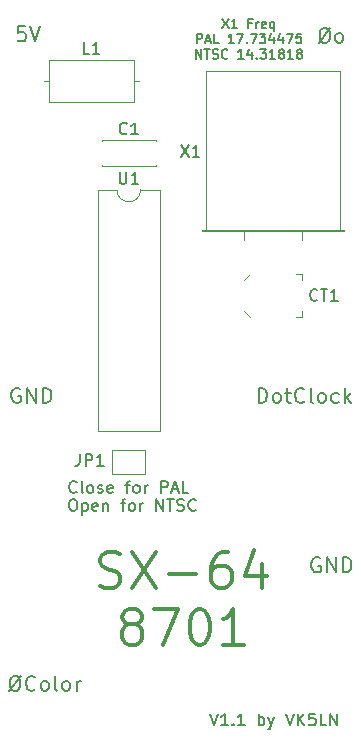
<source format=gbr>
%TF.GenerationSoftware,KiCad,Pcbnew,(6.0.5)*%
%TF.CreationDate,2022-06-15T09:44:05+09:30*%
%TF.ProjectId,SX-64 8701,53582d36-3420-4383-9730-312e6b696361,rev?*%
%TF.SameCoordinates,Original*%
%TF.FileFunction,Legend,Top*%
%TF.FilePolarity,Positive*%
%FSLAX46Y46*%
G04 Gerber Fmt 4.6, Leading zero omitted, Abs format (unit mm)*
G04 Created by KiCad (PCBNEW (6.0.5)) date 2022-06-15 09:44:05*
%MOMM*%
%LPD*%
G01*
G04 APERTURE LIST*
%ADD10C,0.300000*%
%ADD11C,0.150000*%
%ADD12C,0.120000*%
G04 APERTURE END LIST*
D10*
X129906000Y-117290285D02*
X130334571Y-117433142D01*
X131048857Y-117433142D01*
X131334571Y-117290285D01*
X131477428Y-117147428D01*
X131620285Y-116861714D01*
X131620285Y-116576000D01*
X131477428Y-116290285D01*
X131334571Y-116147428D01*
X131048857Y-116004571D01*
X130477428Y-115861714D01*
X130191714Y-115718857D01*
X130048857Y-115576000D01*
X129906000Y-115290285D01*
X129906000Y-115004571D01*
X130048857Y-114718857D01*
X130191714Y-114576000D01*
X130477428Y-114433142D01*
X131191714Y-114433142D01*
X131620285Y-114576000D01*
X132620285Y-114433142D02*
X134620285Y-117433142D01*
X134620285Y-114433142D02*
X132620285Y-117433142D01*
X135763142Y-116290285D02*
X138048857Y-116290285D01*
X140763142Y-114433142D02*
X140191714Y-114433142D01*
X139906000Y-114576000D01*
X139763142Y-114718857D01*
X139477428Y-115147428D01*
X139334571Y-115718857D01*
X139334571Y-116861714D01*
X139477428Y-117147428D01*
X139620285Y-117290285D01*
X139906000Y-117433142D01*
X140477428Y-117433142D01*
X140763142Y-117290285D01*
X140906000Y-117147428D01*
X141048857Y-116861714D01*
X141048857Y-116147428D01*
X140906000Y-115861714D01*
X140763142Y-115718857D01*
X140477428Y-115576000D01*
X139906000Y-115576000D01*
X139620285Y-115718857D01*
X139477428Y-115861714D01*
X139334571Y-116147428D01*
X143620285Y-115433142D02*
X143620285Y-117433142D01*
X142906000Y-114290285D02*
X142191714Y-116433142D01*
X144048857Y-116433142D01*
X132334571Y-120548857D02*
X132048857Y-120406000D01*
X131906000Y-120263142D01*
X131763142Y-119977428D01*
X131763142Y-119834571D01*
X131906000Y-119548857D01*
X132048857Y-119406000D01*
X132334571Y-119263142D01*
X132906000Y-119263142D01*
X133191714Y-119406000D01*
X133334571Y-119548857D01*
X133477428Y-119834571D01*
X133477428Y-119977428D01*
X133334571Y-120263142D01*
X133191714Y-120406000D01*
X132906000Y-120548857D01*
X132334571Y-120548857D01*
X132048857Y-120691714D01*
X131906000Y-120834571D01*
X131763142Y-121120285D01*
X131763142Y-121691714D01*
X131906000Y-121977428D01*
X132048857Y-122120285D01*
X132334571Y-122263142D01*
X132906000Y-122263142D01*
X133191714Y-122120285D01*
X133334571Y-121977428D01*
X133477428Y-121691714D01*
X133477428Y-121120285D01*
X133334571Y-120834571D01*
X133191714Y-120691714D01*
X132906000Y-120548857D01*
X134477428Y-119263142D02*
X136477428Y-119263142D01*
X135191714Y-122263142D01*
X138191714Y-119263142D02*
X138477428Y-119263142D01*
X138763142Y-119406000D01*
X138906000Y-119548857D01*
X139048857Y-119834571D01*
X139191714Y-120406000D01*
X139191714Y-121120285D01*
X139048857Y-121691714D01*
X138906000Y-121977428D01*
X138763142Y-122120285D01*
X138477428Y-122263142D01*
X138191714Y-122263142D01*
X137906000Y-122120285D01*
X137763142Y-121977428D01*
X137620285Y-121691714D01*
X137477428Y-121120285D01*
X137477428Y-120406000D01*
X137620285Y-119834571D01*
X137763142Y-119548857D01*
X137906000Y-119406000D01*
X138191714Y-119263142D01*
X142048857Y-122263142D02*
X140334571Y-122263142D01*
X141191714Y-122263142D02*
X141191714Y-119263142D01*
X140906000Y-119691714D01*
X140620285Y-119977428D01*
X140334571Y-120120285D01*
D11*
X140246380Y-69266904D02*
X140779714Y-70066904D01*
X140779714Y-69266904D02*
X140246380Y-70066904D01*
X141503523Y-70066904D02*
X141046380Y-70066904D01*
X141274952Y-70066904D02*
X141274952Y-69266904D01*
X141198761Y-69381190D01*
X141122571Y-69457380D01*
X141046380Y-69495476D01*
X142722571Y-69647857D02*
X142455904Y-69647857D01*
X142455904Y-70066904D02*
X142455904Y-69266904D01*
X142836857Y-69266904D01*
X143141619Y-70066904D02*
X143141619Y-69533571D01*
X143141619Y-69685952D02*
X143179714Y-69609761D01*
X143217809Y-69571666D01*
X143294000Y-69533571D01*
X143370190Y-69533571D01*
X143941619Y-70028809D02*
X143865428Y-70066904D01*
X143713047Y-70066904D01*
X143636857Y-70028809D01*
X143598761Y-69952619D01*
X143598761Y-69647857D01*
X143636857Y-69571666D01*
X143713047Y-69533571D01*
X143865428Y-69533571D01*
X143941619Y-69571666D01*
X143979714Y-69647857D01*
X143979714Y-69724047D01*
X143598761Y-69800238D01*
X144665428Y-69533571D02*
X144665428Y-70333571D01*
X144665428Y-70028809D02*
X144589238Y-70066904D01*
X144436857Y-70066904D01*
X144360666Y-70028809D01*
X144322571Y-69990714D01*
X144284476Y-69914523D01*
X144284476Y-69685952D01*
X144322571Y-69609761D01*
X144360666Y-69571666D01*
X144436857Y-69533571D01*
X144589238Y-69533571D01*
X144665428Y-69571666D01*
X138074952Y-71354904D02*
X138074952Y-70554904D01*
X138379714Y-70554904D01*
X138455904Y-70593000D01*
X138494000Y-70631095D01*
X138532095Y-70707285D01*
X138532095Y-70821571D01*
X138494000Y-70897761D01*
X138455904Y-70935857D01*
X138379714Y-70973952D01*
X138074952Y-70973952D01*
X138836857Y-71126333D02*
X139217809Y-71126333D01*
X138760666Y-71354904D02*
X139027333Y-70554904D01*
X139294000Y-71354904D01*
X139941619Y-71354904D02*
X139560666Y-71354904D01*
X139560666Y-70554904D01*
X141236857Y-71354904D02*
X140779714Y-71354904D01*
X141008285Y-71354904D02*
X141008285Y-70554904D01*
X140932095Y-70669190D01*
X140855904Y-70745380D01*
X140779714Y-70783476D01*
X141503523Y-70554904D02*
X142036857Y-70554904D01*
X141694000Y-71354904D01*
X142341619Y-71278714D02*
X142379714Y-71316809D01*
X142341619Y-71354904D01*
X142303523Y-71316809D01*
X142341619Y-71278714D01*
X142341619Y-71354904D01*
X142646380Y-70554904D02*
X143179714Y-70554904D01*
X142836857Y-71354904D01*
X143408285Y-70554904D02*
X143903523Y-70554904D01*
X143636857Y-70859666D01*
X143751142Y-70859666D01*
X143827333Y-70897761D01*
X143865428Y-70935857D01*
X143903523Y-71012047D01*
X143903523Y-71202523D01*
X143865428Y-71278714D01*
X143827333Y-71316809D01*
X143751142Y-71354904D01*
X143522571Y-71354904D01*
X143446380Y-71316809D01*
X143408285Y-71278714D01*
X144589238Y-70821571D02*
X144589238Y-71354904D01*
X144398761Y-70516809D02*
X144208285Y-71088238D01*
X144703523Y-71088238D01*
X145351142Y-70821571D02*
X145351142Y-71354904D01*
X145160666Y-70516809D02*
X144970190Y-71088238D01*
X145465428Y-71088238D01*
X145694000Y-70554904D02*
X146227333Y-70554904D01*
X145884476Y-71354904D01*
X146913047Y-70554904D02*
X146532095Y-70554904D01*
X146494000Y-70935857D01*
X146532095Y-70897761D01*
X146608285Y-70859666D01*
X146798761Y-70859666D01*
X146874952Y-70897761D01*
X146913047Y-70935857D01*
X146951142Y-71012047D01*
X146951142Y-71202523D01*
X146913047Y-71278714D01*
X146874952Y-71316809D01*
X146798761Y-71354904D01*
X146608285Y-71354904D01*
X146532095Y-71316809D01*
X146494000Y-71278714D01*
X138017809Y-72642904D02*
X138017809Y-71842904D01*
X138474952Y-72642904D01*
X138474952Y-71842904D01*
X138741619Y-71842904D02*
X139198761Y-71842904D01*
X138970190Y-72642904D02*
X138970190Y-71842904D01*
X139427333Y-72604809D02*
X139541619Y-72642904D01*
X139732095Y-72642904D01*
X139808285Y-72604809D01*
X139846380Y-72566714D01*
X139884476Y-72490523D01*
X139884476Y-72414333D01*
X139846380Y-72338142D01*
X139808285Y-72300047D01*
X139732095Y-72261952D01*
X139579714Y-72223857D01*
X139503523Y-72185761D01*
X139465428Y-72147666D01*
X139427333Y-72071476D01*
X139427333Y-71995285D01*
X139465428Y-71919095D01*
X139503523Y-71881000D01*
X139579714Y-71842904D01*
X139770190Y-71842904D01*
X139884476Y-71881000D01*
X140684476Y-72566714D02*
X140646380Y-72604809D01*
X140532095Y-72642904D01*
X140455904Y-72642904D01*
X140341619Y-72604809D01*
X140265428Y-72528619D01*
X140227333Y-72452428D01*
X140189238Y-72300047D01*
X140189238Y-72185761D01*
X140227333Y-72033380D01*
X140265428Y-71957190D01*
X140341619Y-71881000D01*
X140455904Y-71842904D01*
X140532095Y-71842904D01*
X140646380Y-71881000D01*
X140684476Y-71919095D01*
X142055904Y-72642904D02*
X141598761Y-72642904D01*
X141827333Y-72642904D02*
X141827333Y-71842904D01*
X141751142Y-71957190D01*
X141674952Y-72033380D01*
X141598761Y-72071476D01*
X142741619Y-72109571D02*
X142741619Y-72642904D01*
X142551142Y-71804809D02*
X142360666Y-72376238D01*
X142855904Y-72376238D01*
X143160666Y-72566714D02*
X143198761Y-72604809D01*
X143160666Y-72642904D01*
X143122571Y-72604809D01*
X143160666Y-72566714D01*
X143160666Y-72642904D01*
X143465428Y-71842904D02*
X143960666Y-71842904D01*
X143694000Y-72147666D01*
X143808285Y-72147666D01*
X143884476Y-72185761D01*
X143922571Y-72223857D01*
X143960666Y-72300047D01*
X143960666Y-72490523D01*
X143922571Y-72566714D01*
X143884476Y-72604809D01*
X143808285Y-72642904D01*
X143579714Y-72642904D01*
X143503523Y-72604809D01*
X143465428Y-72566714D01*
X144722571Y-72642904D02*
X144265428Y-72642904D01*
X144494000Y-72642904D02*
X144494000Y-71842904D01*
X144417809Y-71957190D01*
X144341619Y-72033380D01*
X144265428Y-72071476D01*
X145179714Y-72185761D02*
X145103523Y-72147666D01*
X145065428Y-72109571D01*
X145027333Y-72033380D01*
X145027333Y-71995285D01*
X145065428Y-71919095D01*
X145103523Y-71881000D01*
X145179714Y-71842904D01*
X145332095Y-71842904D01*
X145408285Y-71881000D01*
X145446380Y-71919095D01*
X145484476Y-71995285D01*
X145484476Y-72033380D01*
X145446380Y-72109571D01*
X145408285Y-72147666D01*
X145332095Y-72185761D01*
X145179714Y-72185761D01*
X145103523Y-72223857D01*
X145065428Y-72261952D01*
X145027333Y-72338142D01*
X145027333Y-72490523D01*
X145065428Y-72566714D01*
X145103523Y-72604809D01*
X145179714Y-72642904D01*
X145332095Y-72642904D01*
X145408285Y-72604809D01*
X145446380Y-72566714D01*
X145484476Y-72490523D01*
X145484476Y-72338142D01*
X145446380Y-72261952D01*
X145408285Y-72223857D01*
X145332095Y-72185761D01*
X146246380Y-72642904D02*
X145789238Y-72642904D01*
X146017809Y-72642904D02*
X146017809Y-71842904D01*
X145941619Y-71957190D01*
X145865428Y-72033380D01*
X145789238Y-72071476D01*
X146703523Y-72185761D02*
X146627333Y-72147666D01*
X146589238Y-72109571D01*
X146551142Y-72033380D01*
X146551142Y-71995285D01*
X146589238Y-71919095D01*
X146627333Y-71881000D01*
X146703523Y-71842904D01*
X146855904Y-71842904D01*
X146932095Y-71881000D01*
X146970190Y-71919095D01*
X147008285Y-71995285D01*
X147008285Y-72033380D01*
X146970190Y-72109571D01*
X146932095Y-72147666D01*
X146855904Y-72185761D01*
X146703523Y-72185761D01*
X146627333Y-72223857D01*
X146589238Y-72261952D01*
X146551142Y-72338142D01*
X146551142Y-72490523D01*
X146589238Y-72566714D01*
X146627333Y-72604809D01*
X146703523Y-72642904D01*
X146855904Y-72642904D01*
X146932095Y-72604809D01*
X146970190Y-72566714D01*
X147008285Y-72490523D01*
X147008285Y-72338142D01*
X146970190Y-72261952D01*
X146932095Y-72223857D01*
X146855904Y-72185761D01*
X139200619Y-128103380D02*
X139533952Y-129103380D01*
X139867285Y-128103380D01*
X140724428Y-129103380D02*
X140153000Y-129103380D01*
X140438714Y-129103380D02*
X140438714Y-128103380D01*
X140343476Y-128246238D01*
X140248238Y-128341476D01*
X140153000Y-128389095D01*
X141153000Y-129008142D02*
X141200619Y-129055761D01*
X141153000Y-129103380D01*
X141105380Y-129055761D01*
X141153000Y-129008142D01*
X141153000Y-129103380D01*
X142153000Y-129103380D02*
X141581571Y-129103380D01*
X141867285Y-129103380D02*
X141867285Y-128103380D01*
X141772047Y-128246238D01*
X141676809Y-128341476D01*
X141581571Y-128389095D01*
X143343476Y-129103380D02*
X143343476Y-128103380D01*
X143343476Y-128484333D02*
X143438714Y-128436714D01*
X143629190Y-128436714D01*
X143724428Y-128484333D01*
X143772047Y-128531952D01*
X143819666Y-128627190D01*
X143819666Y-128912904D01*
X143772047Y-129008142D01*
X143724428Y-129055761D01*
X143629190Y-129103380D01*
X143438714Y-129103380D01*
X143343476Y-129055761D01*
X144153000Y-128436714D02*
X144391095Y-129103380D01*
X144629190Y-128436714D02*
X144391095Y-129103380D01*
X144295857Y-129341476D01*
X144248238Y-129389095D01*
X144153000Y-129436714D01*
X145629190Y-128103380D02*
X145962523Y-129103380D01*
X146295857Y-128103380D01*
X146629190Y-129103380D02*
X146629190Y-128103380D01*
X147200619Y-129103380D02*
X146772047Y-128531952D01*
X147200619Y-128103380D02*
X146629190Y-128674809D01*
X148105380Y-128103380D02*
X147629190Y-128103380D01*
X147581571Y-128579571D01*
X147629190Y-128531952D01*
X147724428Y-128484333D01*
X147962523Y-128484333D01*
X148057761Y-128531952D01*
X148105380Y-128579571D01*
X148153000Y-128674809D01*
X148153000Y-128912904D01*
X148105380Y-129008142D01*
X148057761Y-129055761D01*
X147962523Y-129103380D01*
X147724428Y-129103380D01*
X147629190Y-129055761D01*
X147581571Y-129008142D01*
X149057761Y-129103380D02*
X148581571Y-129103380D01*
X148581571Y-128103380D01*
X149391095Y-129103380D02*
X149391095Y-128103380D01*
X149962523Y-129103380D01*
X149962523Y-128103380D01*
X127526071Y-109942380D02*
X127716547Y-109942380D01*
X127811785Y-109990000D01*
X127907023Y-110085238D01*
X127954642Y-110275714D01*
X127954642Y-110609047D01*
X127907023Y-110799523D01*
X127811785Y-110894761D01*
X127716547Y-110942380D01*
X127526071Y-110942380D01*
X127430833Y-110894761D01*
X127335595Y-110799523D01*
X127287976Y-110609047D01*
X127287976Y-110275714D01*
X127335595Y-110085238D01*
X127430833Y-109990000D01*
X127526071Y-109942380D01*
X128383214Y-110275714D02*
X128383214Y-111275714D01*
X128383214Y-110323333D02*
X128478452Y-110275714D01*
X128668928Y-110275714D01*
X128764166Y-110323333D01*
X128811785Y-110370952D01*
X128859404Y-110466190D01*
X128859404Y-110751904D01*
X128811785Y-110847142D01*
X128764166Y-110894761D01*
X128668928Y-110942380D01*
X128478452Y-110942380D01*
X128383214Y-110894761D01*
X129668928Y-110894761D02*
X129573690Y-110942380D01*
X129383214Y-110942380D01*
X129287976Y-110894761D01*
X129240357Y-110799523D01*
X129240357Y-110418571D01*
X129287976Y-110323333D01*
X129383214Y-110275714D01*
X129573690Y-110275714D01*
X129668928Y-110323333D01*
X129716547Y-110418571D01*
X129716547Y-110513809D01*
X129240357Y-110609047D01*
X130145119Y-110275714D02*
X130145119Y-110942380D01*
X130145119Y-110370952D02*
X130192738Y-110323333D01*
X130287976Y-110275714D01*
X130430833Y-110275714D01*
X130526071Y-110323333D01*
X130573690Y-110418571D01*
X130573690Y-110942380D01*
X131668928Y-110275714D02*
X132049880Y-110275714D01*
X131811785Y-110942380D02*
X131811785Y-110085238D01*
X131859404Y-109990000D01*
X131954642Y-109942380D01*
X132049880Y-109942380D01*
X132526071Y-110942380D02*
X132430833Y-110894761D01*
X132383214Y-110847142D01*
X132335595Y-110751904D01*
X132335595Y-110466190D01*
X132383214Y-110370952D01*
X132430833Y-110323333D01*
X132526071Y-110275714D01*
X132668928Y-110275714D01*
X132764166Y-110323333D01*
X132811785Y-110370952D01*
X132859404Y-110466190D01*
X132859404Y-110751904D01*
X132811785Y-110847142D01*
X132764166Y-110894761D01*
X132668928Y-110942380D01*
X132526071Y-110942380D01*
X133287976Y-110942380D02*
X133287976Y-110275714D01*
X133287976Y-110466190D02*
X133335595Y-110370952D01*
X133383214Y-110323333D01*
X133478452Y-110275714D01*
X133573690Y-110275714D01*
X134668928Y-110942380D02*
X134668928Y-109942380D01*
X135240357Y-110942380D01*
X135240357Y-109942380D01*
X135573690Y-109942380D02*
X136145119Y-109942380D01*
X135859404Y-110942380D02*
X135859404Y-109942380D01*
X136430833Y-110894761D02*
X136573690Y-110942380D01*
X136811785Y-110942380D01*
X136907023Y-110894761D01*
X136954642Y-110847142D01*
X137002261Y-110751904D01*
X137002261Y-110656666D01*
X136954642Y-110561428D01*
X136907023Y-110513809D01*
X136811785Y-110466190D01*
X136621309Y-110418571D01*
X136526071Y-110370952D01*
X136478452Y-110323333D01*
X136430833Y-110228095D01*
X136430833Y-110132857D01*
X136478452Y-110037619D01*
X136526071Y-109990000D01*
X136621309Y-109942380D01*
X136859404Y-109942380D01*
X137002261Y-109990000D01*
X138002261Y-110847142D02*
X137954642Y-110894761D01*
X137811785Y-110942380D01*
X137716547Y-110942380D01*
X137573690Y-110894761D01*
X137478452Y-110799523D01*
X137430833Y-110704285D01*
X137383214Y-110513809D01*
X137383214Y-110370952D01*
X137430833Y-110180476D01*
X137478452Y-110085238D01*
X137573690Y-109990000D01*
X137716547Y-109942380D01*
X137811785Y-109942380D01*
X137954642Y-109990000D01*
X138002261Y-110037619D01*
X127907023Y-109323142D02*
X127859404Y-109370761D01*
X127716547Y-109418380D01*
X127621309Y-109418380D01*
X127478452Y-109370761D01*
X127383214Y-109275523D01*
X127335595Y-109180285D01*
X127287976Y-108989809D01*
X127287976Y-108846952D01*
X127335595Y-108656476D01*
X127383214Y-108561238D01*
X127478452Y-108466000D01*
X127621309Y-108418380D01*
X127716547Y-108418380D01*
X127859404Y-108466000D01*
X127907023Y-108513619D01*
X128478452Y-109418380D02*
X128383214Y-109370761D01*
X128335595Y-109275523D01*
X128335595Y-108418380D01*
X129002261Y-109418380D02*
X128907023Y-109370761D01*
X128859404Y-109323142D01*
X128811785Y-109227904D01*
X128811785Y-108942190D01*
X128859404Y-108846952D01*
X128907023Y-108799333D01*
X129002261Y-108751714D01*
X129145119Y-108751714D01*
X129240357Y-108799333D01*
X129287976Y-108846952D01*
X129335595Y-108942190D01*
X129335595Y-109227904D01*
X129287976Y-109323142D01*
X129240357Y-109370761D01*
X129145119Y-109418380D01*
X129002261Y-109418380D01*
X129716547Y-109370761D02*
X129811785Y-109418380D01*
X130002261Y-109418380D01*
X130097500Y-109370761D01*
X130145119Y-109275523D01*
X130145119Y-109227904D01*
X130097500Y-109132666D01*
X130002261Y-109085047D01*
X129859404Y-109085047D01*
X129764166Y-109037428D01*
X129716547Y-108942190D01*
X129716547Y-108894571D01*
X129764166Y-108799333D01*
X129859404Y-108751714D01*
X130002261Y-108751714D01*
X130097500Y-108799333D01*
X130954642Y-109370761D02*
X130859404Y-109418380D01*
X130668928Y-109418380D01*
X130573690Y-109370761D01*
X130526071Y-109275523D01*
X130526071Y-108894571D01*
X130573690Y-108799333D01*
X130668928Y-108751714D01*
X130859404Y-108751714D01*
X130954642Y-108799333D01*
X131002261Y-108894571D01*
X131002261Y-108989809D01*
X130526071Y-109085047D01*
X132049880Y-108751714D02*
X132430833Y-108751714D01*
X132192738Y-109418380D02*
X132192738Y-108561238D01*
X132240357Y-108466000D01*
X132335595Y-108418380D01*
X132430833Y-108418380D01*
X132907023Y-109418380D02*
X132811785Y-109370761D01*
X132764166Y-109323142D01*
X132716547Y-109227904D01*
X132716547Y-108942190D01*
X132764166Y-108846952D01*
X132811785Y-108799333D01*
X132907023Y-108751714D01*
X133049880Y-108751714D01*
X133145119Y-108799333D01*
X133192738Y-108846952D01*
X133240357Y-108942190D01*
X133240357Y-109227904D01*
X133192738Y-109323142D01*
X133145119Y-109370761D01*
X133049880Y-109418380D01*
X132907023Y-109418380D01*
X133668928Y-109418380D02*
X133668928Y-108751714D01*
X133668928Y-108942190D02*
X133716547Y-108846952D01*
X133764166Y-108799333D01*
X133859404Y-108751714D01*
X133954642Y-108751714D01*
X135049880Y-109418380D02*
X135049880Y-108418380D01*
X135430833Y-108418380D01*
X135526071Y-108466000D01*
X135573690Y-108513619D01*
X135621309Y-108608857D01*
X135621309Y-108751714D01*
X135573690Y-108846952D01*
X135526071Y-108894571D01*
X135430833Y-108942190D01*
X135049880Y-108942190D01*
X136002261Y-109132666D02*
X136478452Y-109132666D01*
X135907023Y-109418380D02*
X136240357Y-108418380D01*
X136573690Y-109418380D01*
X137383214Y-109418380D02*
X136907023Y-109418380D01*
X136907023Y-108418380D01*
%TO.C,U1*%
X131562095Y-82243880D02*
X131562095Y-83053404D01*
X131609714Y-83148642D01*
X131657333Y-83196261D01*
X131752571Y-83243880D01*
X131943047Y-83243880D01*
X132038285Y-83196261D01*
X132085904Y-83148642D01*
X132133523Y-83053404D01*
X132133523Y-82243880D01*
X133133523Y-83243880D02*
X132562095Y-83243880D01*
X132847809Y-83243880D02*
X132847809Y-82243880D01*
X132752571Y-82386738D01*
X132657333Y-82481976D01*
X132562095Y-82529595D01*
%TO.C,X1*%
X136731476Y-79970380D02*
X137398142Y-80970380D01*
X137398142Y-79970380D02*
X136731476Y-80970380D01*
X138302904Y-80970380D02*
X137731476Y-80970380D01*
X138017190Y-80970380D02*
X138017190Y-79970380D01*
X137921952Y-80113238D01*
X137826714Y-80208476D01*
X137731476Y-80256095D01*
%TO.C,DotClock*%
X143322523Y-101793523D02*
X143322523Y-100523523D01*
X143624904Y-100523523D01*
X143806333Y-100584000D01*
X143927285Y-100704952D01*
X143987761Y-100825904D01*
X144048238Y-101067809D01*
X144048238Y-101249238D01*
X143987761Y-101491142D01*
X143927285Y-101612095D01*
X143806333Y-101733047D01*
X143624904Y-101793523D01*
X143322523Y-101793523D01*
X144773952Y-101793523D02*
X144653000Y-101733047D01*
X144592523Y-101672571D01*
X144532047Y-101551619D01*
X144532047Y-101188761D01*
X144592523Y-101067809D01*
X144653000Y-101007333D01*
X144773952Y-100946857D01*
X144955380Y-100946857D01*
X145076333Y-101007333D01*
X145136809Y-101067809D01*
X145197285Y-101188761D01*
X145197285Y-101551619D01*
X145136809Y-101672571D01*
X145076333Y-101733047D01*
X144955380Y-101793523D01*
X144773952Y-101793523D01*
X145560142Y-100946857D02*
X146043952Y-100946857D01*
X145741571Y-100523523D02*
X145741571Y-101612095D01*
X145802047Y-101733047D01*
X145923000Y-101793523D01*
X146043952Y-101793523D01*
X147193000Y-101672571D02*
X147132523Y-101733047D01*
X146951095Y-101793523D01*
X146830142Y-101793523D01*
X146648714Y-101733047D01*
X146527761Y-101612095D01*
X146467285Y-101491142D01*
X146406809Y-101249238D01*
X146406809Y-101067809D01*
X146467285Y-100825904D01*
X146527761Y-100704952D01*
X146648714Y-100584000D01*
X146830142Y-100523523D01*
X146951095Y-100523523D01*
X147132523Y-100584000D01*
X147193000Y-100644476D01*
X147918714Y-101793523D02*
X147797761Y-101733047D01*
X147737285Y-101612095D01*
X147737285Y-100523523D01*
X148583952Y-101793523D02*
X148463000Y-101733047D01*
X148402523Y-101672571D01*
X148342047Y-101551619D01*
X148342047Y-101188761D01*
X148402523Y-101067809D01*
X148463000Y-101007333D01*
X148583952Y-100946857D01*
X148765380Y-100946857D01*
X148886333Y-101007333D01*
X148946809Y-101067809D01*
X149007285Y-101188761D01*
X149007285Y-101551619D01*
X148946809Y-101672571D01*
X148886333Y-101733047D01*
X148765380Y-101793523D01*
X148583952Y-101793523D01*
X150095857Y-101733047D02*
X149974904Y-101793523D01*
X149733000Y-101793523D01*
X149612047Y-101733047D01*
X149551571Y-101672571D01*
X149491095Y-101551619D01*
X149491095Y-101188761D01*
X149551571Y-101067809D01*
X149612047Y-101007333D01*
X149733000Y-100946857D01*
X149974904Y-100946857D01*
X150095857Y-101007333D01*
X150640142Y-101793523D02*
X150640142Y-100523523D01*
X150761095Y-101309714D02*
X151123952Y-101793523D01*
X151123952Y-100946857D02*
X150640142Y-101430666D01*
%TO.C,CT1*%
X148296380Y-93067142D02*
X148248761Y-93114761D01*
X148105904Y-93162380D01*
X148010666Y-93162380D01*
X147867809Y-93114761D01*
X147772571Y-93019523D01*
X147724952Y-92924285D01*
X147677333Y-92733809D01*
X147677333Y-92590952D01*
X147724952Y-92400476D01*
X147772571Y-92305238D01*
X147867809Y-92210000D01*
X148010666Y-92162380D01*
X148105904Y-92162380D01*
X148248761Y-92210000D01*
X148296380Y-92257619D01*
X148582095Y-92162380D02*
X149153523Y-92162380D01*
X148867809Y-93162380D02*
X148867809Y-92162380D01*
X150010666Y-93162380D02*
X149439238Y-93162380D01*
X149724952Y-93162380D02*
X149724952Y-92162380D01*
X149629714Y-92305238D01*
X149534476Y-92400476D01*
X149439238Y-92448095D01*
%TO.C,\u00D8Color*%
X123198547Y-124910023D02*
X122230928Y-126180023D01*
X122593785Y-126180023D02*
X122472833Y-126119547D01*
X122351880Y-125998595D01*
X122291404Y-125756690D01*
X122291404Y-125333357D01*
X122351880Y-125091452D01*
X122472833Y-124970500D01*
X122593785Y-124910023D01*
X122835690Y-124910023D01*
X122956642Y-124970500D01*
X123077595Y-125091452D01*
X123138071Y-125333357D01*
X123138071Y-125756690D01*
X123077595Y-125998595D01*
X122956642Y-126119547D01*
X122835690Y-126180023D01*
X122593785Y-126180023D01*
X124408071Y-126059071D02*
X124347595Y-126119547D01*
X124166166Y-126180023D01*
X124045214Y-126180023D01*
X123863785Y-126119547D01*
X123742833Y-125998595D01*
X123682357Y-125877642D01*
X123621880Y-125635738D01*
X123621880Y-125454309D01*
X123682357Y-125212404D01*
X123742833Y-125091452D01*
X123863785Y-124970500D01*
X124045214Y-124910023D01*
X124166166Y-124910023D01*
X124347595Y-124970500D01*
X124408071Y-125030976D01*
X125133785Y-126180023D02*
X125012833Y-126119547D01*
X124952357Y-126059071D01*
X124891880Y-125938119D01*
X124891880Y-125575261D01*
X124952357Y-125454309D01*
X125012833Y-125393833D01*
X125133785Y-125333357D01*
X125315214Y-125333357D01*
X125436166Y-125393833D01*
X125496642Y-125454309D01*
X125557119Y-125575261D01*
X125557119Y-125938119D01*
X125496642Y-126059071D01*
X125436166Y-126119547D01*
X125315214Y-126180023D01*
X125133785Y-126180023D01*
X126282833Y-126180023D02*
X126161880Y-126119547D01*
X126101404Y-125998595D01*
X126101404Y-124910023D01*
X126948071Y-126180023D02*
X126827119Y-126119547D01*
X126766642Y-126059071D01*
X126706166Y-125938119D01*
X126706166Y-125575261D01*
X126766642Y-125454309D01*
X126827119Y-125393833D01*
X126948071Y-125333357D01*
X127129500Y-125333357D01*
X127250452Y-125393833D01*
X127310928Y-125454309D01*
X127371404Y-125575261D01*
X127371404Y-125938119D01*
X127310928Y-126059071D01*
X127250452Y-126119547D01*
X127129500Y-126180023D01*
X126948071Y-126180023D01*
X127915690Y-126180023D02*
X127915690Y-125333357D01*
X127915690Y-125575261D02*
X127976166Y-125454309D01*
X128036642Y-125393833D01*
X128157595Y-125333357D01*
X128278547Y-125333357D01*
%TO.C,\u00D8o*%
X149390785Y-70046023D02*
X148423166Y-71316023D01*
X148786023Y-71316023D02*
X148665071Y-71255547D01*
X148544119Y-71134595D01*
X148483642Y-70892690D01*
X148483642Y-70469357D01*
X148544119Y-70227452D01*
X148665071Y-70106500D01*
X148786023Y-70046023D01*
X149027928Y-70046023D01*
X149148880Y-70106500D01*
X149269833Y-70227452D01*
X149330309Y-70469357D01*
X149330309Y-70892690D01*
X149269833Y-71134595D01*
X149148880Y-71255547D01*
X149027928Y-71316023D01*
X148786023Y-71316023D01*
X150056023Y-71316023D02*
X149935071Y-71255547D01*
X149874595Y-71195071D01*
X149814119Y-71074119D01*
X149814119Y-70711261D01*
X149874595Y-70590309D01*
X149935071Y-70529833D01*
X150056023Y-70469357D01*
X150237452Y-70469357D01*
X150358404Y-70529833D01*
X150418880Y-70590309D01*
X150479357Y-70711261D01*
X150479357Y-71074119D01*
X150418880Y-71195071D01*
X150358404Y-71255547D01*
X150237452Y-71316023D01*
X150056023Y-71316023D01*
%TO.C,5V*%
X123585595Y-69919023D02*
X122980833Y-69919023D01*
X122920357Y-70523785D01*
X122980833Y-70463309D01*
X123101785Y-70402833D01*
X123404166Y-70402833D01*
X123525119Y-70463309D01*
X123585595Y-70523785D01*
X123646071Y-70644738D01*
X123646071Y-70947119D01*
X123585595Y-71068071D01*
X123525119Y-71128547D01*
X123404166Y-71189023D01*
X123101785Y-71189023D01*
X122980833Y-71128547D01*
X122920357Y-71068071D01*
X124008928Y-69919023D02*
X124432261Y-71189023D01*
X124855595Y-69919023D01*
%TO.C,GND*%
X123113880Y-100586500D02*
X122992928Y-100526023D01*
X122811500Y-100526023D01*
X122630071Y-100586500D01*
X122509119Y-100707452D01*
X122448642Y-100828404D01*
X122388166Y-101070309D01*
X122388166Y-101251738D01*
X122448642Y-101493642D01*
X122509119Y-101614595D01*
X122630071Y-101735547D01*
X122811500Y-101796023D01*
X122932452Y-101796023D01*
X123113880Y-101735547D01*
X123174357Y-101675071D01*
X123174357Y-101251738D01*
X122932452Y-101251738D01*
X123718642Y-101796023D02*
X123718642Y-100526023D01*
X124444357Y-101796023D01*
X124444357Y-100526023D01*
X125049119Y-101796023D02*
X125049119Y-100526023D01*
X125351500Y-100526023D01*
X125532928Y-100586500D01*
X125653880Y-100707452D01*
X125714357Y-100828404D01*
X125774833Y-101070309D01*
X125774833Y-101251738D01*
X125714357Y-101493642D01*
X125653880Y-101614595D01*
X125532928Y-101735547D01*
X125351500Y-101796023D01*
X125049119Y-101796023D01*
%TO.C,JP1*%
X128198666Y-106132380D02*
X128198666Y-106846666D01*
X128151047Y-106989523D01*
X128055809Y-107084761D01*
X127912952Y-107132380D01*
X127817714Y-107132380D01*
X128674857Y-107132380D02*
X128674857Y-106132380D01*
X129055809Y-106132380D01*
X129151047Y-106180000D01*
X129198666Y-106227619D01*
X129246285Y-106322857D01*
X129246285Y-106465714D01*
X129198666Y-106560952D01*
X129151047Y-106608571D01*
X129055809Y-106656190D01*
X128674857Y-106656190D01*
X130198666Y-107132380D02*
X129627238Y-107132380D01*
X129912952Y-107132380D02*
X129912952Y-106132380D01*
X129817714Y-106275238D01*
X129722476Y-106370476D01*
X129627238Y-106418095D01*
%TO.C,C1*%
X132167333Y-78970142D02*
X132119714Y-79017761D01*
X131976857Y-79065380D01*
X131881619Y-79065380D01*
X131738761Y-79017761D01*
X131643523Y-78922523D01*
X131595904Y-78827285D01*
X131548285Y-78636809D01*
X131548285Y-78493952D01*
X131595904Y-78303476D01*
X131643523Y-78208238D01*
X131738761Y-78113000D01*
X131881619Y-78065380D01*
X131976857Y-78065380D01*
X132119714Y-78113000D01*
X132167333Y-78160619D01*
X133119714Y-79065380D02*
X132548285Y-79065380D01*
X132834000Y-79065380D02*
X132834000Y-78065380D01*
X132738761Y-78208238D01*
X132643523Y-78303476D01*
X132548285Y-78351095D01*
%TO.C,GND*%
X148511380Y-114935000D02*
X148390428Y-114874523D01*
X148209000Y-114874523D01*
X148027571Y-114935000D01*
X147906619Y-115055952D01*
X147846142Y-115176904D01*
X147785666Y-115418809D01*
X147785666Y-115600238D01*
X147846142Y-115842142D01*
X147906619Y-115963095D01*
X148027571Y-116084047D01*
X148209000Y-116144523D01*
X148329952Y-116144523D01*
X148511380Y-116084047D01*
X148571857Y-116023571D01*
X148571857Y-115600238D01*
X148329952Y-115600238D01*
X149116142Y-116144523D02*
X149116142Y-114874523D01*
X149841857Y-116144523D01*
X149841857Y-114874523D01*
X150446619Y-116144523D02*
X150446619Y-114874523D01*
X150749000Y-114874523D01*
X150930428Y-114935000D01*
X151051380Y-115055952D01*
X151111857Y-115176904D01*
X151172333Y-115418809D01*
X151172333Y-115600238D01*
X151111857Y-115842142D01*
X151051380Y-115963095D01*
X150930428Y-116084047D01*
X150749000Y-116144523D01*
X150446619Y-116144523D01*
%TO.C,L1*%
X128992333Y-72231380D02*
X128516142Y-72231380D01*
X128516142Y-71231380D01*
X129849476Y-72231380D02*
X129278047Y-72231380D01*
X129563761Y-72231380D02*
X129563761Y-71231380D01*
X129468523Y-71374238D01*
X129373285Y-71469476D01*
X129278047Y-71517095D01*
D12*
%TO.C,U1*%
X134984000Y-83762500D02*
X133334000Y-83762500D01*
X131334000Y-83762500D02*
X129684000Y-83762500D01*
X134984000Y-104202500D02*
X134984000Y-83762500D01*
X129684000Y-83762500D02*
X129684000Y-104202500D01*
X129684000Y-104202500D02*
X134984000Y-104202500D01*
X131334000Y-83762500D02*
G75*
G03*
X133334000Y-83762500I1000000J0D01*
G01*
%TO.C,X1*%
X142076000Y-87980000D02*
X142076000Y-87980000D01*
X150176000Y-87130000D02*
X150176000Y-73730000D01*
X138876000Y-73730000D02*
X138876000Y-87130000D01*
X138876000Y-87130000D02*
X150176000Y-87130000D01*
X138526000Y-87250000D02*
X138526000Y-87130000D01*
X150526000Y-87130000D02*
X150526000Y-87250000D01*
X142076000Y-87130000D02*
X142076000Y-87980000D01*
X150526000Y-87250000D02*
X138526000Y-87250000D01*
X146976000Y-87980000D02*
X146976000Y-87980000D01*
X146976000Y-87130000D02*
X146976000Y-87980000D01*
X150176000Y-73730000D02*
X138876000Y-73730000D01*
X138526000Y-87130000D02*
X150526000Y-87130000D01*
%TO.C,CT1*%
X142076000Y-94010000D02*
X142576000Y-94510000D01*
X146976000Y-94510000D02*
X146976000Y-94010000D01*
X146976000Y-90910000D02*
X146476000Y-90910000D01*
X146976000Y-90910000D02*
X146976000Y-91410000D01*
X142076000Y-91410000D02*
X142576000Y-90910000D01*
X146976000Y-94510000D02*
X146476000Y-94510000D01*
%TO.C,JP1*%
X130934000Y-105807000D02*
X133734000Y-105807000D01*
X130934000Y-107807000D02*
X130934000Y-105807000D01*
X133734000Y-107807000D02*
X130934000Y-107807000D01*
X133734000Y-105807000D02*
X133734000Y-107807000D01*
%TO.C,C1*%
X134604000Y-79575000D02*
X134604000Y-79590000D01*
X130064000Y-79575000D02*
X134604000Y-79575000D01*
X130064000Y-81715000D02*
X134604000Y-81715000D01*
X134604000Y-81700000D02*
X134604000Y-81715000D01*
X130064000Y-79575000D02*
X130064000Y-79590000D01*
X130064000Y-81700000D02*
X130064000Y-81715000D01*
%TO.C,L1*%
X125119000Y-74549000D02*
X125539000Y-74549000D01*
X125539000Y-76319000D02*
X132779000Y-76319000D01*
X132779000Y-76319000D02*
X132779000Y-72779000D01*
X125539000Y-72779000D02*
X125539000Y-76319000D01*
X132779000Y-72779000D02*
X125539000Y-72779000D01*
X133199000Y-74549000D02*
X132779000Y-74549000D01*
%TD*%
M02*

</source>
